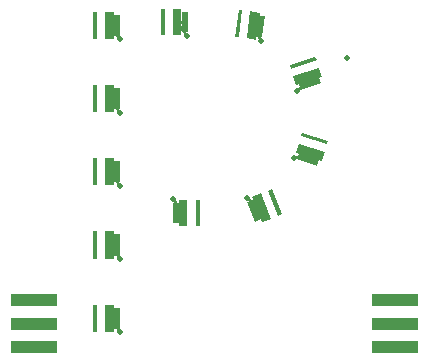
<source format=gtl>
G04 #@! TF.FileFunction,Copper,L1,Top,Signal*
%FSLAX46Y46*%
G04 Gerber Fmt 4.6, Leading zero omitted, Abs format (unit mm)*
G04 Created by KiCad (PCBNEW 4.0.0-rc2-stable) date 3/3/2016 3:46:44 PM*
%MOMM*%
G01*
G04 APERTURE LIST*
%ADD10C,0.150000*%
%ADD11C,0.500000*%
%ADD12R,0.500000X1.800000*%
%ADD13R,0.320000X2.300000*%
%ADD14R,0.800000X2.300000*%
%ADD15R,4.000000X1.000000*%
%ADD16C,0.600000*%
%ADD17C,0.254000*%
G04 APERTURE END LIST*
D10*
G36*
X56326098Y-22015281D02*
X56326098Y-23815281D01*
X55826098Y-23815281D01*
X55826098Y-22015281D01*
X56326098Y-22015281D01*
X56326098Y-22015281D01*
G37*
G36*
X54336098Y-21765281D02*
X54336098Y-24065281D01*
X54016098Y-24065281D01*
X54016098Y-21765281D01*
X54336098Y-21765281D01*
X54336098Y-21765281D01*
G37*
G36*
X55826098Y-21765281D02*
X55826098Y-24065281D01*
X55026098Y-24065281D01*
X55026098Y-21765281D01*
X55826098Y-21765281D01*
X55826098Y-21765281D01*
G37*
D11*
X56276098Y-24115281D03*
D10*
G36*
X56326098Y-28215395D02*
X56326098Y-30015395D01*
X55826098Y-30015395D01*
X55826098Y-28215395D01*
X56326098Y-28215395D01*
X56326098Y-28215395D01*
G37*
G36*
X54336098Y-27965395D02*
X54336098Y-30265395D01*
X54016098Y-30265395D01*
X54016098Y-27965395D01*
X54336098Y-27965395D01*
X54336098Y-27965395D01*
G37*
G36*
X55826098Y-27965395D02*
X55826098Y-30265395D01*
X55026098Y-30265395D01*
X55026098Y-27965395D01*
X55826098Y-27965395D01*
X55826098Y-27965395D01*
G37*
D11*
X56276098Y-30315395D03*
D10*
G36*
X56326098Y-34415510D02*
X56326098Y-36215510D01*
X55826098Y-36215510D01*
X55826098Y-34415510D01*
X56326098Y-34415510D01*
X56326098Y-34415510D01*
G37*
G36*
X54336098Y-34165510D02*
X54336098Y-36465510D01*
X54016098Y-36465510D01*
X54016098Y-34165510D01*
X54336098Y-34165510D01*
X54336098Y-34165510D01*
G37*
G36*
X55826098Y-34165510D02*
X55826098Y-36465510D01*
X55026098Y-36465510D01*
X55026098Y-34165510D01*
X55826098Y-34165510D01*
X55826098Y-34165510D01*
G37*
D11*
X56276098Y-36515510D03*
D10*
G36*
X56326098Y-40615625D02*
X56326098Y-42415625D01*
X55826098Y-42415625D01*
X55826098Y-40615625D01*
X56326098Y-40615625D01*
X56326098Y-40615625D01*
G37*
G36*
X54336098Y-40365625D02*
X54336098Y-42665625D01*
X54016098Y-42665625D01*
X54016098Y-40365625D01*
X54336098Y-40365625D01*
X54336098Y-40365625D01*
G37*
G36*
X55826098Y-40365625D02*
X55826098Y-42665625D01*
X55026098Y-42665625D01*
X55026098Y-40365625D01*
X55826098Y-40365625D01*
X55826098Y-40365625D01*
G37*
D11*
X56276098Y-42715625D03*
D10*
G36*
X56326098Y-46815740D02*
X56326098Y-48615740D01*
X55826098Y-48615740D01*
X55826098Y-46815740D01*
X56326098Y-46815740D01*
X56326098Y-46815740D01*
G37*
G36*
X54336098Y-46565740D02*
X54336098Y-48865740D01*
X54016098Y-48865740D01*
X54016098Y-46565740D01*
X54336098Y-46565740D01*
X54336098Y-46565740D01*
G37*
G36*
X55826098Y-46565740D02*
X55826098Y-48865740D01*
X55026098Y-48865740D01*
X55026098Y-46565740D01*
X55826098Y-46565740D01*
X55826098Y-46565740D01*
G37*
D11*
X56276098Y-48915740D03*
D12*
X61034685Y-38832950D03*
D13*
X62934685Y-38832950D03*
D14*
X61684685Y-38832950D03*
D11*
X60834685Y-37632950D03*
D10*
G36*
X67758820Y-39538237D02*
X67101075Y-37862716D01*
X67566498Y-37680009D01*
X68224243Y-39355530D01*
X67758820Y-39538237D01*
X67758820Y-39538237D01*
G37*
G36*
X69702556Y-39043774D02*
X68862104Y-36902830D01*
X69159974Y-36785898D01*
X70000426Y-38926842D01*
X69702556Y-39043774D01*
X69702556Y-39043774D01*
G37*
G36*
X68315597Y-39588241D02*
X67475145Y-37447298D01*
X68219821Y-37154967D01*
X69060273Y-39295910D01*
X68315597Y-39588241D01*
X68315597Y-39588241D01*
G37*
D11*
X67037994Y-37565191D03*
D10*
G36*
X72998497Y-34823350D02*
X71285719Y-34269824D01*
X71439477Y-33794052D01*
X73152255Y-34347578D01*
X72998497Y-34823350D01*
X72998497Y-34823350D01*
G37*
G36*
X73848337Y-33006658D02*
X71659787Y-32299374D01*
X71758191Y-31994880D01*
X73946741Y-32702164D01*
X73848337Y-33006658D01*
X73848337Y-33006658D01*
G37*
G36*
X73390140Y-34424457D02*
X71201590Y-33717174D01*
X71447602Y-32955939D01*
X73636152Y-33663222D01*
X73390140Y-34424457D01*
X73390140Y-34424457D01*
G37*
D11*
X71015632Y-34129992D03*
D10*
G36*
X73336776Y-27835194D02*
X71626927Y-28397704D01*
X71470674Y-27922746D01*
X73180523Y-27360236D01*
X73336776Y-27835194D01*
X73336776Y-27835194D01*
G37*
G36*
X72952369Y-25866736D02*
X70767562Y-26585498D01*
X70667561Y-26281524D01*
X72852368Y-25562762D01*
X72952369Y-25866736D01*
X72952369Y-25866736D01*
G37*
G36*
X73418002Y-27282110D02*
X71233195Y-28000872D01*
X70983190Y-27240940D01*
X73167997Y-26522178D01*
X73418002Y-27282110D01*
X73418002Y-27282110D01*
G37*
D11*
X71326326Y-28443960D03*
D10*
G36*
X68607166Y-22156039D02*
X68364207Y-23939566D01*
X67868782Y-23872077D01*
X68111741Y-22088550D01*
X68607166Y-22156039D01*
X68607166Y-22156039D01*
G37*
G36*
X66669121Y-21639721D02*
X66358673Y-23918673D01*
X66041601Y-23875481D01*
X66352049Y-21596529D01*
X66669121Y-21639721D01*
X66669121Y-21639721D01*
G37*
G36*
X68145485Y-21840837D02*
X67835038Y-24119789D01*
X67042359Y-24011807D01*
X67352806Y-21732855D01*
X68145485Y-21840837D01*
X68145485Y-21840837D01*
G37*
D11*
X68274171Y-24230072D03*
D12*
X61821750Y-22661350D03*
D13*
X59921750Y-22661350D03*
D14*
X61171750Y-22661350D03*
D11*
X62021750Y-23861350D03*
D15*
X79618640Y-50192200D03*
X79618640Y-48192200D03*
X79618640Y-46192200D03*
D16*
X78618640Y-50192200D03*
X78618640Y-48192200D03*
X78618640Y-46192200D03*
D15*
X49020840Y-46192200D03*
X49020840Y-48192200D03*
X49020840Y-50192200D03*
D16*
X50020840Y-46192200D03*
X50020840Y-48192200D03*
X50020840Y-50192200D03*
D11*
X75531623Y-25692768D03*
D17*
X56080000Y-22920000D02*
X55430000Y-22920000D01*
X56080000Y-22920000D02*
X55430000Y-22920000D01*
X56080000Y-22920000D02*
X55430000Y-22920000D01*
X56080000Y-22920000D02*
X55430000Y-22920000D01*
X56080000Y-22920000D02*
X55430000Y-22920000D01*
X56080000Y-22920000D02*
X55430000Y-22920000D01*
X56080000Y-22920000D02*
X55430000Y-22920000D01*
X56080000Y-22920000D02*
X55430000Y-22920000D01*
X56080000Y-22920000D02*
X55430000Y-22920000D01*
X55430000Y-22920000D02*
X56280000Y-24120000D01*
X55430000Y-22920000D02*
X56280000Y-24120000D01*
X55430000Y-22920000D02*
X56280000Y-24120000D01*
X55430000Y-22920000D02*
X56280000Y-24120000D01*
X55430000Y-22920000D02*
X56280000Y-24120000D01*
X55430000Y-22920000D02*
X56280000Y-24120000D01*
X55430000Y-22920000D02*
X56280000Y-24120000D01*
X55430000Y-22920000D02*
X56280000Y-24120000D01*
X55430000Y-22920000D02*
X56280000Y-24120000D01*
X56080000Y-29120000D02*
X55430000Y-29120000D01*
X56080000Y-29120000D02*
X55430000Y-29120000D01*
X56080000Y-29120000D02*
X55430000Y-29120000D01*
X56080000Y-29120000D02*
X55430000Y-29120000D01*
X56080000Y-29120000D02*
X55430000Y-29120000D01*
X56080000Y-29120000D02*
X55430000Y-29120000D01*
X56080000Y-29120000D02*
X55430000Y-29120000D01*
X56080000Y-29120000D02*
X55430000Y-29120000D01*
X56080000Y-29120000D02*
X55430000Y-29120000D01*
X55430000Y-29120000D02*
X56280000Y-30320000D01*
X55430000Y-29120000D02*
X56280000Y-30320000D01*
X55430000Y-29120000D02*
X56280000Y-30320000D01*
X55430000Y-29120000D02*
X56280000Y-30320000D01*
X55430000Y-29120000D02*
X56280000Y-30320000D01*
X55430000Y-29120000D02*
X56280000Y-30320000D01*
X55430000Y-29120000D02*
X56280000Y-30320000D01*
X55430000Y-29120000D02*
X56280000Y-30320000D01*
X55430000Y-29120000D02*
X56280000Y-30320000D01*
X56080000Y-35320000D02*
X55430000Y-35320000D01*
X56080000Y-35320000D02*
X55430000Y-35320000D01*
X56080000Y-35320000D02*
X55430000Y-35320000D01*
X56080000Y-35320000D02*
X55430000Y-35320000D01*
X56080000Y-35320000D02*
X55430000Y-35320000D01*
X56080000Y-35320000D02*
X55430000Y-35320000D01*
X56080000Y-35320000D02*
X55430000Y-35320000D01*
X56080000Y-35320000D02*
X55430000Y-35320000D01*
X56080000Y-35320000D02*
X55430000Y-35320000D01*
X55430000Y-35320000D02*
X56280000Y-36520000D01*
X55430000Y-35320000D02*
X56280000Y-36520000D01*
X55430000Y-35320000D02*
X56280000Y-36520000D01*
X55430000Y-35320000D02*
X56280000Y-36520000D01*
X55430000Y-35320000D02*
X56280000Y-36520000D01*
X55430000Y-35320000D02*
X56280000Y-36520000D01*
X55430000Y-35320000D02*
X56280000Y-36520000D01*
X55430000Y-35320000D02*
X56280000Y-36520000D01*
X55430000Y-35320000D02*
X56280000Y-36520000D01*
X56080000Y-41520000D02*
X55430000Y-41520000D01*
X56080000Y-41520000D02*
X55430000Y-41520000D01*
X56080000Y-41520000D02*
X55430000Y-41520000D01*
X56080000Y-41520000D02*
X55430000Y-41520000D01*
X56080000Y-41520000D02*
X55430000Y-41520000D01*
X56080000Y-41520000D02*
X55430000Y-41520000D01*
X56080000Y-41520000D02*
X55430000Y-41520000D01*
X56080000Y-41520000D02*
X55430000Y-41520000D01*
X56080000Y-41520000D02*
X55430000Y-41520000D01*
X55430000Y-41520000D02*
X56280000Y-42720000D01*
X55430000Y-41520000D02*
X56280000Y-42720000D01*
X55430000Y-41520000D02*
X56280000Y-42720000D01*
X55430000Y-41520000D02*
X56280000Y-42720000D01*
X55430000Y-41520000D02*
X56280000Y-42720000D01*
X55430000Y-41520000D02*
X56280000Y-42720000D01*
X55430000Y-41520000D02*
X56280000Y-42720000D01*
X55430000Y-41520000D02*
X56280000Y-42720000D01*
X55430000Y-41520000D02*
X56280000Y-42720000D01*
X56080000Y-47720000D02*
X55430000Y-47720000D01*
X56080000Y-47720000D02*
X55430000Y-47720000D01*
X56080000Y-47720000D02*
X55430000Y-47720000D01*
X56080000Y-47720000D02*
X55430000Y-47720000D01*
X56080000Y-47720000D02*
X55430000Y-47720000D01*
X56080000Y-47720000D02*
X55430000Y-47720000D01*
X56080000Y-47720000D02*
X55430000Y-47720000D01*
X56080000Y-47720000D02*
X55430000Y-47720000D01*
X56080000Y-47720000D02*
X55430000Y-47720000D01*
X55430000Y-47720000D02*
X56280000Y-48920000D01*
X55430000Y-47720000D02*
X56280000Y-48920000D01*
X55430000Y-47720000D02*
X56280000Y-48920000D01*
X55430000Y-47720000D02*
X56280000Y-48920000D01*
X55430000Y-47720000D02*
X56280000Y-48920000D01*
X55430000Y-47720000D02*
X56280000Y-48920000D01*
X55430000Y-47720000D02*
X56280000Y-48920000D01*
X55430000Y-47720000D02*
X56280000Y-48920000D01*
X55430000Y-47720000D02*
X56280000Y-48920000D01*
X61030000Y-38830000D02*
X61680000Y-38830000D01*
X61030000Y-38830000D02*
X61680000Y-38830000D01*
X61030000Y-38830000D02*
X61680000Y-38830000D01*
X61030000Y-38830000D02*
X61680000Y-38830000D01*
X61030000Y-38830000D02*
X61680000Y-38830000D01*
X61030000Y-38830000D02*
X61680000Y-38830000D01*
X61030000Y-38830000D02*
X61680000Y-38830000D01*
X61030000Y-38830000D02*
X61680000Y-38830000D01*
X61030000Y-38830000D02*
X61680000Y-38830000D01*
X61680000Y-38830000D02*
X60830000Y-37630000D01*
X61680000Y-38830000D02*
X60830000Y-37630000D01*
X61680000Y-38830000D02*
X60830000Y-37630000D01*
X61680000Y-38830000D02*
X60830000Y-37630000D01*
X61680000Y-38830000D02*
X60830000Y-37630000D01*
X61680000Y-38830000D02*
X60830000Y-37630000D01*
X61680000Y-38830000D02*
X60830000Y-37630000D01*
X61680000Y-38830000D02*
X60830000Y-37630000D01*
X61680000Y-38830000D02*
X60830000Y-37630000D01*
X67660000Y-38610000D02*
X68270000Y-38370000D01*
X67660000Y-38610000D02*
X68270000Y-38370000D01*
X67660000Y-38610000D02*
X68270000Y-38370000D01*
X67660000Y-38610000D02*
X68270000Y-38370000D01*
X67660000Y-38610000D02*
X68270000Y-38370000D01*
X67660000Y-38610000D02*
X68270000Y-38370000D01*
X67660000Y-38610000D02*
X68270000Y-38370000D01*
X67660000Y-38610000D02*
X68270000Y-38370000D01*
X67660000Y-38610000D02*
X68270000Y-38370000D01*
X68270000Y-38370000D02*
X67040000Y-37570000D01*
X68270000Y-38370000D02*
X67040000Y-37570000D01*
X68270000Y-38370000D02*
X67040000Y-37570000D01*
X68270000Y-38370000D02*
X67040000Y-37570000D01*
X68270000Y-38370000D02*
X67040000Y-37570000D01*
X68270000Y-38370000D02*
X67040000Y-37570000D01*
X68270000Y-38370000D02*
X67040000Y-37570000D01*
X68270000Y-38370000D02*
X67040000Y-37570000D01*
X68270000Y-38370000D02*
X67040000Y-37570000D01*
X72220000Y-34310000D02*
X72420000Y-33690000D01*
X72220000Y-34310000D02*
X72420000Y-33690000D01*
X72220000Y-34310000D02*
X72420000Y-33690000D01*
X72220000Y-34310000D02*
X72420000Y-33690000D01*
X72220000Y-34310000D02*
X72420000Y-33690000D01*
X72220000Y-34310000D02*
X72420000Y-33690000D01*
X72220000Y-34310000D02*
X72420000Y-33690000D01*
X72220000Y-34310000D02*
X72420000Y-33690000D01*
X72220000Y-34310000D02*
X72420000Y-33690000D01*
X72420000Y-33690000D02*
X71020000Y-34130000D01*
X72420000Y-33690000D02*
X71020000Y-34130000D01*
X72420000Y-33690000D02*
X71020000Y-34130000D01*
X72420000Y-33690000D02*
X71020000Y-34130000D01*
X72420000Y-33690000D02*
X71020000Y-34130000D01*
X72420000Y-33690000D02*
X71020000Y-34130000D01*
X72420000Y-33690000D02*
X71020000Y-34130000D01*
X72420000Y-33690000D02*
X71020000Y-34130000D01*
X72420000Y-33690000D02*
X71020000Y-34130000D01*
X72400000Y-27880000D02*
X72200000Y-27260000D01*
X72400000Y-27880000D02*
X72200000Y-27260000D01*
X72400000Y-27880000D02*
X72200000Y-27260000D01*
X72400000Y-27880000D02*
X72200000Y-27260000D01*
X72400000Y-27880000D02*
X72200000Y-27260000D01*
X72400000Y-27880000D02*
X72200000Y-27260000D01*
X72400000Y-27880000D02*
X72200000Y-27260000D01*
X72400000Y-27880000D02*
X72200000Y-27260000D01*
X72400000Y-27880000D02*
X72200000Y-27260000D01*
X72200000Y-27260000D02*
X71330000Y-28440000D01*
X72200000Y-27260000D02*
X71330000Y-28440000D01*
X72200000Y-27260000D02*
X71330000Y-28440000D01*
X72200000Y-27260000D02*
X71330000Y-28440000D01*
X72200000Y-27260000D02*
X71330000Y-28440000D01*
X72200000Y-27260000D02*
X71330000Y-28440000D01*
X72200000Y-27260000D02*
X71330000Y-28440000D01*
X72200000Y-27260000D02*
X71330000Y-28440000D01*
X72200000Y-27260000D02*
X71330000Y-28440000D01*
X68240000Y-23010000D02*
X67590000Y-22930000D01*
X68240000Y-23010000D02*
X67590000Y-22930000D01*
X68240000Y-23010000D02*
X67590000Y-22930000D01*
X68240000Y-23010000D02*
X67590000Y-22930000D01*
X68240000Y-23010000D02*
X67590000Y-22930000D01*
X68240000Y-23010000D02*
X67590000Y-22930000D01*
X68240000Y-23010000D02*
X67590000Y-22930000D01*
X68240000Y-23010000D02*
X67590000Y-22930000D01*
X68240000Y-23010000D02*
X67590000Y-22930000D01*
X67590000Y-22930000D02*
X68270000Y-24230000D01*
X67590000Y-22930000D02*
X68270000Y-24230000D01*
X67590000Y-22930000D02*
X68270000Y-24230000D01*
X67590000Y-22930000D02*
X68270000Y-24230000D01*
X67590000Y-22930000D02*
X68270000Y-24230000D01*
X67590000Y-22930000D02*
X68270000Y-24230000D01*
X67590000Y-22930000D02*
X68270000Y-24230000D01*
X67590000Y-22930000D02*
X68270000Y-24230000D01*
X67590000Y-22930000D02*
X68270000Y-24230000D01*
X61820000Y-22660000D02*
X61170000Y-22660000D01*
X61820000Y-22660000D02*
X61170000Y-22660000D01*
X61820000Y-22660000D02*
X61170000Y-22660000D01*
X61820000Y-22660000D02*
X61170000Y-22660000D01*
X61820000Y-22660000D02*
X61170000Y-22660000D01*
X61820000Y-22660000D02*
X61170000Y-22660000D01*
X61820000Y-22660000D02*
X61170000Y-22660000D01*
X61820000Y-22660000D02*
X61170000Y-22660000D01*
X61820000Y-22660000D02*
X61170000Y-22660000D01*
X61170000Y-22660000D02*
X62020000Y-23860000D01*
X61170000Y-22660000D02*
X62020000Y-23860000D01*
X61170000Y-22660000D02*
X62020000Y-23860000D01*
X61170000Y-22660000D02*
X62020000Y-23860000D01*
X61170000Y-22660000D02*
X62020000Y-23860000D01*
X61170000Y-22660000D02*
X62020000Y-23860000D01*
X61170000Y-22660000D02*
X62020000Y-23860000D01*
X61170000Y-22660000D02*
X62020000Y-23860000D01*
X61170000Y-22660000D02*
X62020000Y-23860000D01*
M02*

</source>
